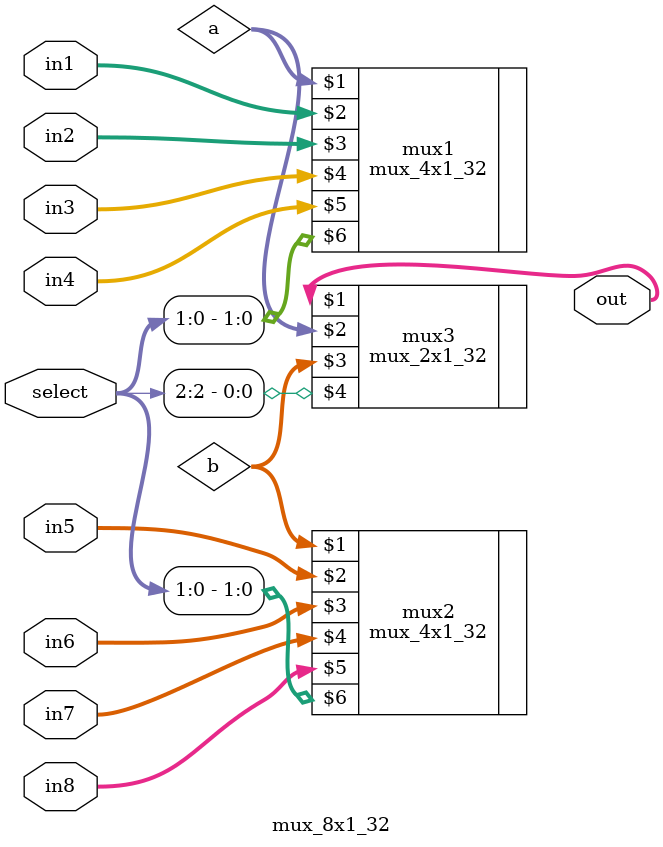
<source format=v>
module mux_8x1_32(out, in1, in2, in3, in4, in5, in6, in7, in8, select);
input [31:0] in1, in2, in3, in4, in5, in6, in7, in8;
input [2:0] select;
output [31:0] out;
wire [31:0]a, b;

mux_4x1_32 mux1(a, in1, in2, in3, in4, select[1:0]);
mux_4x1_32 mux2(b, in5, in6, in7, in8, select[1:0]);
mux_2x1_32 mux3(out, a, b, select[2]);

endmodule
</source>
